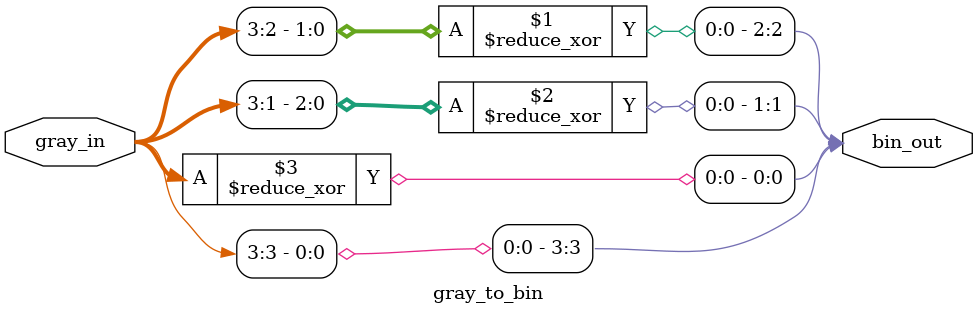
<source format=v>
module gray_to_bin #(
  parameter   bits = 4
) (
  input  wire  [bits-1:0]   gray_in,
  output wire  [bits-1:0]   bin_out
);
 
  genvar i;


  assign bin_out[bits-1] = gray_in[bits-1];

  generate
  for (i=bits-2; i >= 0; i=i-1) begin
    assign bin_out[i] = ^gray_in[bits-1:i];
  end
  endgenerate
      
endmodule
</source>
